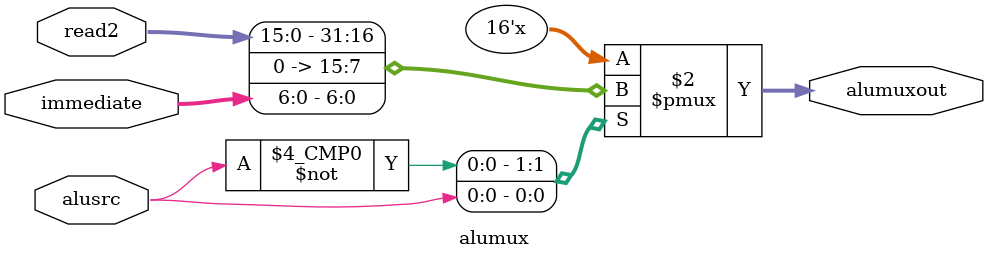
<source format=v>
module alumux(
    input [6:0] immediate,
    input [15:0] read2,
    input  alusrc,
    output reg [15:0] alumuxout
);
 always @(*)
 begin 
     case (alusrc)
     1'b0: alumuxout =read2;
 
     1'b1: begin alumuxout = {9'b0,immediate};  
  
     end  

     endcase
 end

endmodule


</source>
